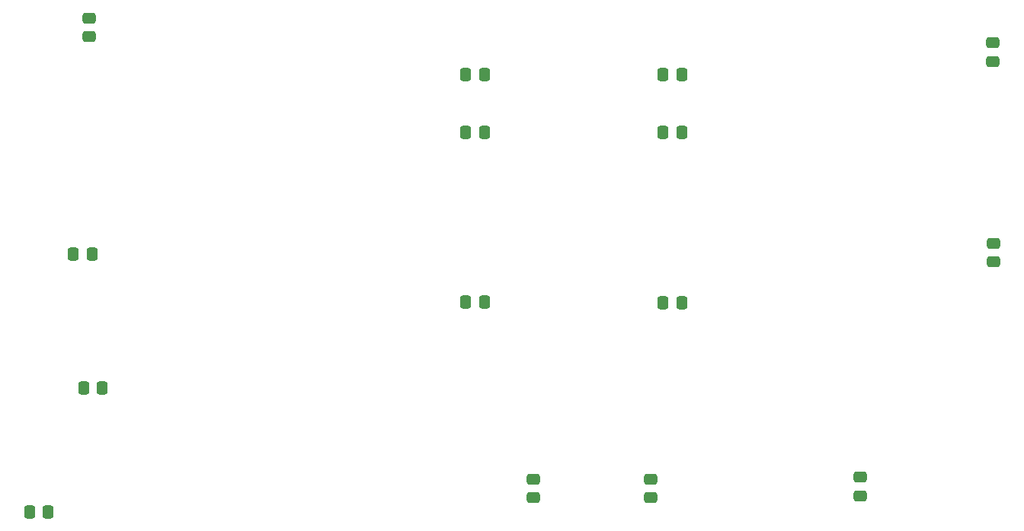
<source format=gbr>
%TF.GenerationSoftware,KiCad,Pcbnew,9.0.4*%
%TF.CreationDate,2025-12-15T16:32:27-04:00*%
%TF.ProjectId,RAMEXPB_V3,52414d45-5850-4425-9f56-332e6b696361,rev?*%
%TF.SameCoordinates,Original*%
%TF.FileFunction,Paste,Bot*%
%TF.FilePolarity,Positive*%
%FSLAX46Y46*%
G04 Gerber Fmt 4.6, Leading zero omitted, Abs format (unit mm)*
G04 Created by KiCad (PCBNEW 9.0.4) date 2025-12-15 16:32:27*
%MOMM*%
%LPD*%
G01*
G04 APERTURE LIST*
G04 Aperture macros list*
%AMRoundRect*
0 Rectangle with rounded corners*
0 $1 Rounding radius*
0 $2 $3 $4 $5 $6 $7 $8 $9 X,Y pos of 4 corners*
0 Add a 4 corners polygon primitive as box body*
4,1,4,$2,$3,$4,$5,$6,$7,$8,$9,$2,$3,0*
0 Add four circle primitives for the rounded corners*
1,1,$1+$1,$2,$3*
1,1,$1+$1,$4,$5*
1,1,$1+$1,$6,$7*
1,1,$1+$1,$8,$9*
0 Add four rect primitives between the rounded corners*
20,1,$1+$1,$2,$3,$4,$5,0*
20,1,$1+$1,$4,$5,$6,$7,0*
20,1,$1+$1,$6,$7,$8,$9,0*
20,1,$1+$1,$8,$9,$2,$3,0*%
G04 Aperture macros list end*
%ADD10RoundRect,0.250000X-0.337500X-0.475000X0.337500X-0.475000X0.337500X0.475000X-0.337500X0.475000X0*%
%ADD11RoundRect,0.250000X0.475000X-0.337500X0.475000X0.337500X-0.475000X0.337500X-0.475000X-0.337500X0*%
%ADD12RoundRect,0.250000X-0.475000X0.337500X-0.475000X-0.337500X0.475000X-0.337500X0.475000X0.337500X0*%
%ADD13RoundRect,0.250000X0.337500X0.475000X-0.337500X0.475000X-0.337500X-0.475000X0.337500X-0.475000X0*%
G04 APERTURE END LIST*
D10*
%TO.C,C6*%
X162117500Y-84935000D03*
X164192500Y-84935000D03*
%TD*%
D11*
%TO.C,C4*%
X147715000Y-132052500D03*
X147715000Y-129977500D03*
%TD*%
D10*
%TO.C,C15*%
X97717500Y-119855000D03*
X99792500Y-119855000D03*
%TD*%
%TO.C,C8*%
X162117500Y-110335000D03*
X164192500Y-110335000D03*
%TD*%
D11*
%TO.C,C5*%
X183995000Y-131832500D03*
X183995000Y-129757500D03*
%TD*%
D12*
%TO.C,C14*%
X98365000Y-78657500D03*
X98365000Y-80732500D03*
%TD*%
D10*
%TO.C,C2*%
X96567500Y-104945000D03*
X98642500Y-104945000D03*
%TD*%
D12*
%TO.C,C10*%
X198795000Y-103697500D03*
X198795000Y-105772500D03*
%TD*%
D10*
%TO.C,C13*%
X140182500Y-84950000D03*
X142257500Y-84950000D03*
%TD*%
D11*
%TO.C,C3*%
X160745000Y-132052500D03*
X160745000Y-129977500D03*
%TD*%
D12*
%TO.C,C9*%
X198745000Y-81417500D03*
X198745000Y-83492500D03*
%TD*%
D13*
%TO.C,C16*%
X93792500Y-133605000D03*
X91717500Y-133605000D03*
%TD*%
D10*
%TO.C,C11*%
X140182500Y-91330000D03*
X142257500Y-91330000D03*
%TD*%
%TO.C,C12*%
X140182500Y-110280000D03*
X142257500Y-110280000D03*
%TD*%
%TO.C,C7*%
X162117500Y-91330000D03*
X164192500Y-91330000D03*
%TD*%
M02*

</source>
